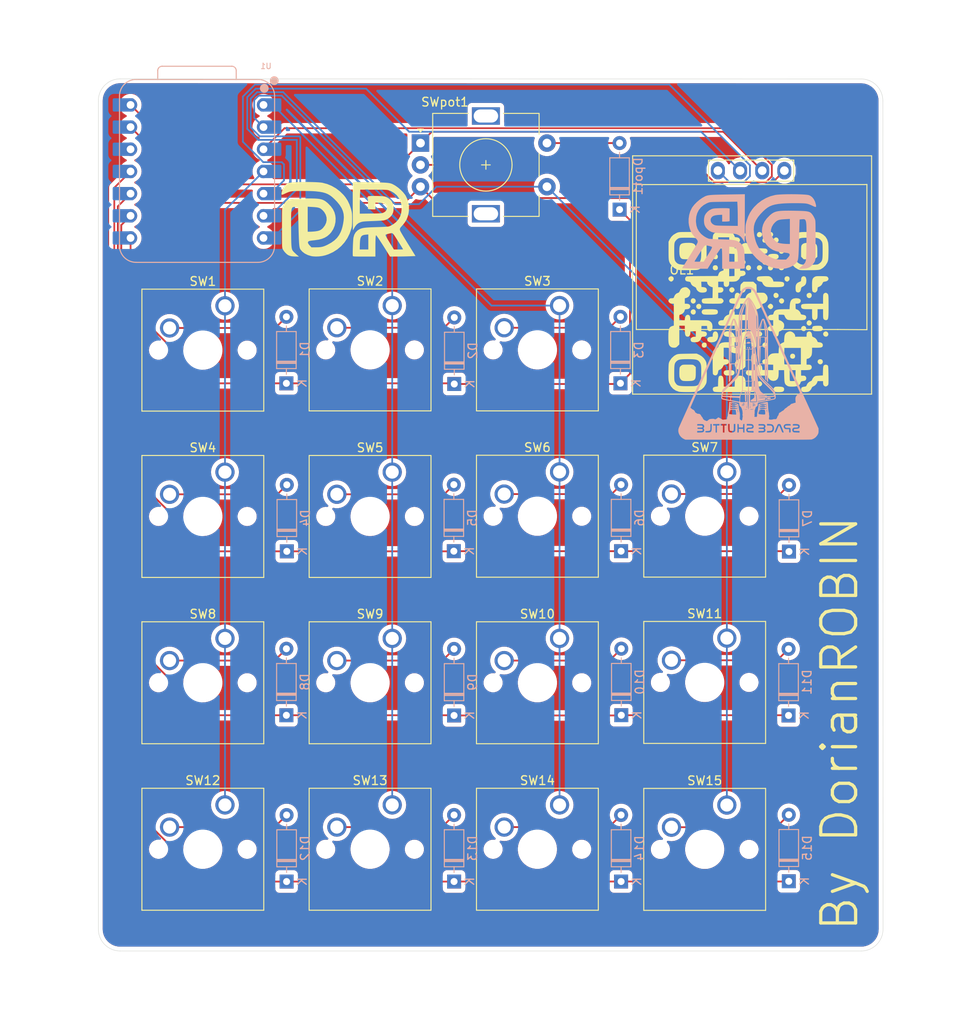
<source format=kicad_pcb>
(kicad_pcb (version 20240108) (generator "pcbnew") (generator_version "8.0")
  (title_block (title "Macro pad By DorianROBIN") (date "2025-02-02"))
  (layers (0 "F.Cu" signal) (31 "B.Cu" signal) (34 "B.Paste" user) (35 "F.Paste" user) (36 "B.SilkS" user "B.Silkscreen") (37 "F.SilkS" user "F.Silkscreen") (38 "B.Mask" user) (39 "F.Mask" user) (44 "Edge.Cuts" user))
  (net 0 "")
  (net 1 "row0")
  (net 2 "Net-(D1-A)")
  (net 3 "Net-(D2-A)")
  (net 4 "Net-(D3-A)")
  (net 5 "Net-(D4-A)")
  (net 6 "Net-(D5-A)")
  (net 7 "row1")
  (net 8 "Net-(D6-A)")
  (net 9 "Net-(D7-A)")
  (net 10 "Net-(D8-A)")
  (net 11 "Net-(D9-A)")
  (net 12 "row2")
  (net 13 "Net-(D10-A)")
  (net 14 "Net-(D11-A)")
  (net 15 "Net-(D12-A)")
  (net 16 "Net-(D13-A)")
  (net 17 "row3")
  (net 18 "Net-(D14-A)")
  (net 19 "Net-(D15-A)")
  (net 20 "S2")
  (net 21 "SDA")
  (net 22 "5v")
  (net 23 "GND")
  (net 24 "SCL")
  (net 25 "column0")
  (net 26 "column1")
  (net 27 "column2")
  (net 28 "S1")
  (net 29 "donnee")
  (footprint "Button_Switch_Keyboard:SW_Cherry_MX_1.00u_PCB" (layer "F.Cu") (at 113.345 135.42)
    (property "Reference" "SW14" (at -2.54 -2.794 0) (layer "F.SilkS"))
    (property "Value" "SW_Push_45deg")
    (pad "" np_thru_hole circle (at -7.62 5.08) (size 1.7 1.7) (drill 1.7) (layers "*.Cu" "*.Mask"))
    (pad "" np_thru_hole circle (at -2.54 5.08) (size 4 4) (drill 4) (layers "*.Cu" "*.Mask"))
    (pad "" np_thru_hole circle (at 2.54 5.08) (size 1.7 1.7) (drill 1.7) (layers "*.Cu" "*.Mask"))
    (pad "1" thru_hole circle (at 0 0) (size 2.2 2.2) (drill 1.5) (layers "*.Cu" "*.Mask") (net 27 "column2"))
    (pad "2" thru_hole circle (at -6.35 2.54) (size 2.2 2.2) (drill 1.5) (layers "*.Cu" "*.Mask") (net 18 "Net-(D14-A)"))
  )
  (footprint "Button_Switch_Keyboard:SW_Cherry_MX_1.00u_PCB" (layer "F.Cu") (at 94.16 116.345)
    (property "Reference" "SW9" (at -2.54 -2.794 0) (layer "F.SilkS"))
    (property "Value" "SW_Push_45deg")
    (pad "" np_thru_hole circle (at -7.62 5.08) (size 1.7 1.7) (drill 1.7) (layers "*.Cu" "*.Mask"))
    (pad "" np_thru_hole circle (at -2.54 5.08) (size 4 4) (drill 4) (layers "*.Cu" "*.Mask"))
    (pad "" np_thru_hole circle (at 2.54 5.08) (size 1.7 1.7) (drill 1.7) (layers "*.Cu" "*.Mask"))
    (pad "1" thru_hole circle (at 0 0) (size 2.2 2.2) (drill 1.5) (layers "*.Cu" "*.Mask") (net 26 "column1"))
    (pad "2" thru_hole circle (at -6.35 2.54) (size 2.2 2.2) (drill 1.5) (layers "*.Cu" "*.Mask") (net 11 "Net-(D9-A)"))
  )
  (footprint "Rotary_Encoder1:RotaryEncoder_Alps_EC11E-Switch_Vertical_H20mm" (layer "F.Cu") (at 97.4 59.6)
    (property "Reference" "SWpot1" (at 2.8 -4.7 0) (layer "F.SilkS"))
    (property "Value" "RotaryEncoder_Switch")
    (pad "A" thru_hole rect (at 0 0) (size 2 2) (drill 1) (layers "*.Cu" "*.Mask") (net 22 "5v"))
    (pad "B" thru_hole circle (at 0 5) (size 2 2) (drill 1) (layers "*.Cu" "*.Mask") (net 23 "GND"))
    (pad "C" thru_hole circle (at 0 2.5) (size 2 2) (drill 1) (layers "*.Cu" "*.Mask") (net 29 "donnee"))
    (pad "MP" thru_hole rect (at 7.5 -3.1) (size 3.2 2) (drill oval 2.8 1.5) (layers "*.Cu" "*.Mask"))
    (pad "MP" thru_hole rect (at 7.5 8.1) (size 3.2 2) (drill oval 2.8 1.5) (layers "*.Cu" "*.Mask"))
    (pad "S1" thru_hole circle (at 14.5 5) (size 2 2) (drill 1) (layers "*.Cu" "*.Mask") (net 28 "S1"))
    (pad "S2" thru_hole circle (at 14.5 0) (size 2 2) (drill 1) (layers "*.Cu" "*.Mask") (net 20 "S2"))
  )
  (footprint "Button_Switch_Keyboard:SW_Cherry_MX_1.00u_PCB" (layer "F.Cu") (at 132.525 135.435)
    (property "Reference" "SW15" (at -2.54 -2.794 0) (layer "F.SilkS"))
    (property "Value" "SW_Push_45deg")
    (pad "" np_thru_hole circle (at -7.62 5.08) (size 1.7 1.7) (drill 1.7) (layers "*.Cu" "*.Mask"))
    (pad "" np_thru_hole circle (at -2.54 5.08) (size 4 4) (drill 4) (layers "*.Cu" "*.Mask"))
    (pad "" np_thru_hole circle (at 2.54 5.08) (size 1.7 1.7) (drill 1.7) (layers "*.Cu" "*.Mask"))
    (pad "1" thru_hole circle (at 0 0) (size 2.2 2.2) (drill 1.5) (layers "*.Cu" "*.Mask") (net 28 "S1"))
    (pad "2" thru_hole circle (at -6.35 2.54) (size 2.2 2.2) (drill 1.5) (layers "*.Cu" "*.Mask") (net 19 "Net-(D15-A)"))
  )
  (footprint "Button_Switch_Keyboard:SW_Cherry_MX_1.00u_PCB" (layer "F.Cu") (at 94.16 135.42)
    (property "Reference" "SW13" (at -2.54 -2.794 0) (layer "F.SilkS"))
    (property "Value" "SW_Push_45deg")
    (pad "" np_thru_hole circle (at -7.62 5.08) (size 1.7 1.7) (drill 1.7) (layers "*.Cu" "*.Mask"))
    (pad "" np_thru_hole circle (at -2.54 5.08) (size 4 4) (drill 4) (layers "*.Cu" "*.Mask"))
    (pad "" np_thru_hole circle (at 2.54 5.08) (size 1.7 1.7) (drill 1.7) (layers "*.Cu" "*.Mask"))
    (pad "1" thru_hole circle (at 0 0) (size 2.2 2.2) (drill 1.5) (layers "*.Cu" "*.Mask") (net 26 "column1"))
    (pad "2" thru_hole circle (at -6.35 2.54) (size 2.2 2.2) (drill 1.5) (layers "*.Cu" "*.Mask") (net 16 "Net-(D13-A)"))
  )
  (footprint "Button_Switch_Keyboard:SW_Cherry_MX_1.00u_PCB" (layer "F.Cu") (at 94.16 78.215)
    (property "Reference" "SW2" (at -2.54 -2.794 0) (layer "F.SilkS"))
    (property "Value" "SW_Push_45deg")
    (pad "" np_thru_hole circle (at -7.62 5.08) (size 1.7 1.7) (drill 1.7) (layers "*.Cu" "*.Mask"))
    (pad "" np_thru_hole circle (at -2.54 5.08) (size 4 4) (drill 4) (layers "*.Cu" "*.Mask"))
    (pad "" np_thru_hole circle (at 2.54 5.08) (size 1.7 1.7) (drill 1.7) (layers "*.Cu" "*.Mask"))
    (pad "1" thru_hole circle (at 0 0) (size 2.2 2.2) (drill 1.5) (layers "*.Cu" "*.Mask") (net 26 "column1"))
    (pad "2" thru_hole circle (at -6.35 2.54) (size 2.2 2.2) (drill 1.5) (layers "*.Cu" "*.Mask") (net 3 "Net-(D2-A)"))
  )
  (footprint "Button_Switch_Keyboard:SW_Cherry_MX_1.00u_PCB" (layer "F.Cu") (at 113.345 78.215)
    (property "Reference" "SW3" (at -2.54 -2.794 0) (layer "F.SilkS"))
    (property "Value" "SW_Push_45deg")
    (pad "" np_thru_hole circle (at -7.62 5.08) (size 1.7 1.7) (drill 1.7) (layers "*.Cu" "*.Mask"))
    (pad "" np_thru_hole circle (at -2.54 5.08) (size 4 4) (drill 4) (layers "*.Cu" "*.Mask"))
    (pad "" np_thru_hole circle (at 2.54 5.08) (size 1.7 1.7) (drill 1.7) (layers "*.Cu" "*.Mask"))
    (pad "1" thru_hole circle (at 0 0) (size 2.2 2.2) (drill 1.5) (layers "*.Cu" "*.Mask") (net 27 "column2"))
    (pad "2" thru_hole circle (at -6.35 2.54) (size 2.2 2.2) (drill 1.5) (layers "*.Cu" "*.Mask") (net 4 "Net-(D3-A)"))
  )
  (footprint "Button_Switch_Keyboard:SW_Cherry_MX_1.00u_PCB" (layer "F.Cu") (at 132.525 116.31)
    (property "Reference" "SW11" (at -2.54 -2.794 0) (layer "F.SilkS"))
    (property "Value" "SW_Push_45deg")
    (pad "" np_thru_hole circle (at -7.62 5.08) (size 1.7 1.7) (drill 1.7) (layers "*.Cu" "*.Mask"))
    (pad "" np_thru_hole circle (at -2.54 5.08) (size 4 4) (drill 4) (layers "*.Cu" "*.Mask"))
    (pad "" np_thru_hole circle (at 2.54 5.08) (size 1.7 1.7) (drill 1.7) (layers "*.Cu" "*.Mask"))
    (pad "1" thru_hole circle (at 0 0) (size 2.2 2.2) (drill 1.5) (layers "*.Cu" "*.Mask") (net 28 "S1"))
    (pad "2" thru_hole circle (at -6.35 2.54) (size 2.2 2.2) (drill 1.5) (layers "*.Cu" "*.Mask") (net 14 "Net-(D11-A)"))
  )
  (footprint "Button_Switch_Keyboard:SW_Cherry_MX_1.00u_PCB" (layer "F.Cu") (at 113.345 97.27)
    (property "Reference" "SW6" (at -2.54 -2.794 0) (layer "F.SilkS"))
    (property "Value" "SW_Push_45deg")
    (pad "" np_thru_hole circle (at -7.62 5.08) (size 1.7 1.7) (drill 1.7) (layers "*.Cu" "*.Mask"))
    (pad "" np_thru_hole circle (at -2.54 5.08) (size 4 4) (drill 4) (layers "*.Cu" "*.Mask"))
    (pad "" np_thru_hole circle (at 2.54 5.08) (size 1.7 1.7) (drill 1.7) (layers "*.Cu" "*.Mask"))
    (pad "1" thru_hole circle (at 0 0) (size 2.2 2.2) (drill 1.5) (layers "*.Cu" "*.Mask") (net 27 "column2"))
    (pad "2" thru_hole circle (at -6.35 2.54) (size 2.2 2.2) (drill 1.5) (layers "*.Cu" "*.Mask") (net 8 "Net-(D6-A)"))
  )
  (footprint "Button_Switch_Keyboard:SW_Cherry_MX_1.00u_PCB" (layer "F.Cu") (at 74.985 78.24)
    (property "Reference" "SW1" (at -2.54 -2.794 0) (layer "F.SilkS"))
    (property "Value" "SW_Push_45deg")
    (pad "" np_thru_hole circle (at -7.62 5.08) (size 1.7 1.7) (drill 1.7) (layers "*.Cu" "*.Mask"))
    (pad "" np_thru_hole circle (at -2.54 5.08) (size 4 4) (drill 4) (layers "*.Cu" "*.Mask"))
    (pad "" np_thru_hole circle (at 2.54 5.08) (size 1.7 1.7) (drill 1.7) (layers "*.Cu" "*.Mask"))
    (pad "1" thru_hole circle (at 0 0) (size 2.2 2.2) (drill 1.5) (layers "*.Cu" "*.Mask") (net 25 "column0"))
    (pad "2" thru_hole circle (at -6.35 2.54) (size 2.2 2.2) (drill 1.5) (layers "*.Cu" "*.Mask") (net 2 "Net-(D1-A)"))
  )
  (footprint "Button_Switch_Keyboard:SW_Cherry_MX_1.00u_PCB" (layer "F.Cu") (at 132.525 97.26)
    (property "Reference" "SW7" (at -2.54 -2.794 0) (layer "F.SilkS"))
    (property "Value" "SW_Push_45deg")
    (pad "" np_thru_hole circle (at -7.62 5.08) (size 1.7 1.7) (drill 1.7) (layers "*.Cu" "*.Mask"))
    (pad "" np_thru_hole circle (at -2.54 5.08) (size 4 4) (drill 4) (layers "*.Cu" "*.Mask"))
    (pad "" np_thru_hole circle (at 2.54 5.08) (size 1.7 1.7) (drill 1.7) (layers "*.Cu" "*.Mask"))
    (pad "1" thru_hole circle (at 0 0) (size 2.2 2.2) (drill 1.5) (layers "*.Cu" "*.Mask") (net 28 "S1"))
    (pad "2" thru_hole circle (at -6.35 2.54) (size 2.2 2.2) (drill 1.5) (layers "*.Cu" "*.Mask") (net 9 "Net-(D7-A)"))
  )
  (footprint "image:qr_code_page_facebook_20mm_20mm" (layer "F.Cu") (at 134.88 79.02)
    (property "Reference" "G***" (hide yes))
    (property "Value" "LOGO" (hide yes))
  )
  (footprint "Button_Switch_Keyboard:SW_Cherry_MX_1.00u_PCB" (layer "F.Cu") (at 74.985 135.42)
    (property "Reference" "SW12" (at -2.54 -2.794 0) (layer "F.SilkS"))
    (property "Value" "SW_Push_45deg")
    (pad "" np_thru_hole circle (at -7.62 5.08) (size 1.7 1.7) (drill 1.7) (layers "*.Cu" "*.Mask"))
    (pad "" np_thru_hole circle (at -2.54 5.08) (size 4 4) (drill 4) (layers "*.Cu" "*.Mask"))
    (pad "" np_thru_hole circle (at 2.54 5.08) (size 1.7 1.7) (drill 1.7) (layers "*.Cu" "*.Mask"))
    (pad "1" thru_hole circle (at 0 0) (size 2.2 2.2) (drill 1.5) (layers "*.Cu" "*.Mask") (net 25 "column0"))
    (pad "2" thru_hole circle (at -6.35 2.54) (size 2.2 2.2) (drill 1.5) (layers "*.Cu" "*.Mask") (net 15 "Net-(D12-A)"))
  )
  (footprint "image:logo_DR_30mm_24mm" (layer "F.Cu") (at 89.63 69.35)
    (property "Reference" "G***" (hide yes))
    (property "Value" "LOGO" (hide yes))
  )
  (footprint "Button_Switch_Keyboard:SW_Cherry_MX_1.00u_PCB" (layer "F.Cu") (at 74.985 97.295)
    (property "Reference" "SW4" (at -2.54 -2.794 0) (layer "F.SilkS"))
    (property "Value" "SW_Push_45deg")
    (pad "" np_thru_hole circle (at -7.62 5.08) (size 1.7 1.7) (drill 1.7) (layers "*.Cu" "*.Mask"))
    (pad "" np_thru_hole circle (at -2.54 5.08) (size 4 4) (drill 4) (layers "*.Cu" "*.Mask"))
    (pad "" np_thru_hole circle (at 2.54 5.08) (size 1.7 1.7) (drill 1.7) (layers "*.Cu" "*.Mask"))
    (pad "1" thru_hole circle (at 0 0) (size 2.2 2.2) (drill 1.5) (layers "*.Cu" "*.Mask") (net 25 "column0"))
    (pad "2" thru_hole circle (at -6.35 2.54) (size 2.2 2.2) (drill 1.5) (layers "*.Cu" "*.Mask") (net 5 "Net-(D4-A)"))
  )
  (footprint "SSD1306:128x64OLED" (layer "F.Cu") (at 135.12 73.36)
    (property "Reference" "OL1" (at -7.745406 0.773701 0) (layer "F.SilkS"))
    (property "Value" "OLED")
    (pad "1" thru_hole oval (at -3.62 -10.6 90) (size 2 1.6) (drill 1) (layers "*.Cu" "*.Mask") (net 21 "SDA"))
    (pad "2" thru_hole oval (at -1.08 -10.6 90) (size 2 1.6) (drill 1) (layers "*.Cu" "*.Mask") (net 24 "SCL"))
    (pad "3" thru_hole oval (at 1.46 -10.6 90) (size 2 1.6) (drill 1) (layers "*.Cu" "*.Mask") (net 22 "5v"))
    (pad "4" thru_hole oval (at 4 -10.6 90) (size 2 1.6) (drill 1) (layers "*.Cu" "*.Mask") (net 23 "GND"))
  )
  (footprint "Button_Switch_Keyboard:SW_Cherry_MX_1.00u_PCB" (layer "F.Cu") (at 94.16 97.295)
    (property "Reference" "SW5" (at -2.54 -2.794 0) (layer "F.SilkS"))
    (property "Value" "SW_Push_45deg")
    (pad "" np_thru_hole circle (at -7.62 5.08) (size 1.7 1.7) (drill 1.7) (layers "*.Cu" "*.Mask"))
    (pad "" np_thru_hole circle (at -2.54 5.08) (size 4 4) (drill 4) (layers "*.Cu" "*.Mask"))
    (pad "" np_thru_hole circle (at 2.54 5.08) (size 1.7 1.7) (drill 1.7) (layers "*.Cu" "*.Mask"))
    (pad "1" thru_hole circle (at 0 0) (size 2.2 2.2) (drill 1.5) (layers "*.Cu" "*.Mask") (net 26 "column1"))
    (pad "2" thru_hole circle (at -6.35 2.54) (size 2.2 2.2) (drill 1.5) (layers "*.Cu" "*.Mask") (net 6 "Net-(D5-A)"))
  )
  (footprint "Button_Switch_Keyboard:SW_Cherry_MX_1.00u_PCB" (layer "F.Cu") (at 74.985 116.345)
    (property "Reference" "SW8" (at -2.54 -2.794 0) (layer "F.SilkS"))
    (property "Value" "SW_Push_45deg")
    (pad "" np_thru_hole circle (at -7.62 5.08) (size 1.7 1.7) (drill 1.7) (layers "*.Cu" "*.Mask"))
    (pad "" np_thru_hole circle (at -2.54 5.08) (size 4 4) (drill 4) (layers "*.Cu" "*.Mask"))
    (pad "" np_thru_hole circle (at 2.54 5.08) (size 1.7 1.7) (drill 1.7) (layers "*.Cu" "*.Mask"))
    (pad "1" thru_hole circle (at 0 0) (size 2.2 2.2) (drill 1.5) (layers "*.Cu" "*.Mask") (net 25 "column0"))
    (pad "2" thru_hole circle (at -6.35 2.54) (size 2.2 2.2) (drill 1.5) (layers "*.Cu" "*.Mask") (net 10 "Net-(D8-A)"))
  )
  (footprint "Button_Switch_Keyboard:SW_Cherry_MX_1.00u_PCB" (layer "F.Cu") (at 113.345 116.345)
    (property "Reference" "SW10" (at -2.54 -2.794 0) (layer "F.SilkS"))
    (property "Value" "SW_Push_45deg")
    (pad "" np_thru_hole circle (at -7.62 5.08) (size 1.7 1.7) (drill 1.7) (layers "*.Cu" "*.Mask"))
    (pad "" np_thru_hole circle (at -2.54 5.08) (size 4 4) (drill 4) (layers "*.Cu" "*.Mask"))
    (pad "" np_thru_hole circle (at 2.54 5.08) (size 1.7 1.7) (drill 1.7) (layers "*.Cu" "*.Mask"))
    (pad "1" thru_hole circle (at 0 0) (size 2.2 2.2) (drill 1.5) (layers "*.Cu" "*.Mask") (net 27 "column2"))
    (pad "2" thru_hole circle (at -6.35 2.54) (size 2.2 2.2) (drill 1.5) (layers "*.Cu" "*.Mask") (net 13 "Net-(D10-A)"))
  )
  (footprint "Diode_THT:D_DO-35_SOD27_P7.62mm_Horizontal" (layer "B.Cu") (at 82.025 87.125 90)
    (property "Reference" "D1" (at 3.81 2.12 90) (layer "B.SilkS") (effects (justify mirror)))
    (property "Value" "1N4148")
    (fp_text user "K" (at 0 1.8 90) (layer "B.SilkS") (effects (justify mirror)))
    (pad "1" thru_hole rect (at 0 0 90) (size 1.6 1.6) (drill 0.8) (layers "*.Cu" "*.Mask") (net 1 "row0"))
    (pad "2" thru_hole oval (at 7.62 0 90) (size 1.6 1.6) (drill 0.8) (layers "*.Cu" "*.Mask") (net 2 "Net-(D1-A)"))
  )
  (footprint "image:logo_DR_30mm_24mm" (layer "B.Cu") (at 134.59 70.75 180)
    (property "Reference" "G***" (hide yes))
    (property "Value" "LOGO" (hide yes))
  )
  (footprint "Diode_THT:D_DO-35_SOD27_P7.62mm_Horizontal" (layer "B.Cu") (at 82.025 125.15 90)
    (property "Reference" "D8" (at 3.81 2.12 90) (layer "B.SilkS") (effects (justify mirror)))
    (property "Value" "1N4148")
    (fp_text user "K" (at 0 1.8 90) (layer "B.SilkS") (effects (justify mirror)))
    (pad "1" thru_hole rect (at 0 0 90) (size 1.6 1.6) (drill 0.8) (layers "*.Cu" "*.Mask") (net 12 "row2"))
    (pad "2" thru_hole oval (at 7.62 0 90) (size 1.6 1.6) (drill 0.8) (layers "*.Cu" "*.Mask") (net 10 "Net-(D8-A)"))
  )
  (footprint "image:logo_navette" (layer "B.Cu") (at 135.02 84.81 180)
    (property "Reference" "G***" (hide yes))
    (property "Value" "LOGO" (hide yes))
  )
  (footprint "Diode_THT:D_DO-35_SOD27_P7.62mm_Horizontal" (layer "B.Cu") (at 120.325 87.12 90)
    (property "Reference" "D3" (at 3.81 2.12 90) (layer "B.SilkS") (effects (justify mirror)))
    (property "Value" "1N4148")
    (fp_text user "K" (at 0 1.8 90) (layer "B.SilkS") (effects (justify mirror)))
    (pad "1" thru_hole rect (at 0 0 90) (size 1.6 1.6) (drill 0.8) (layers "*.Cu" "*.Mask") (net 1 "row0"))
    (pad "2" thru_hole oval (at 7.62 0 90) (size 1.6 1.6) (drill 0.8) (layers "*.Cu" "*.Mask") (net 4 "Net-(D3-A)"))
  )
  (footprint "Diode_THT:D_DO-35_SOD27_P7.62mm_Horizontal" (layer "B.Cu") (at 139.6 125.17 90)
    (property "Reference" "D11" (at 3.81 2.12 90) (layer "B.SilkS") (effects (justify mirror)))
    (property "Value" "1N4148")
    (fp_text user "K" (at 0 1.8 90) (layer "B.SilkS") (effects (justify mirror)))
    (pad "1" thru_hole rect (at 0 0 90) (size 1.6 1.6) (drill 0.8) (layers "*.Cu" "*.Mask") (net 12 "row2"))
    (pad "2" thru_hole oval (at 7.62 0 90) (size 1.6 1.6) (drill 0.8) (layers "*.Cu" "*.Mask") (net 14 "Net-(D11-A)"))
  )
  (footprint "Diode_THT:D_DO-35_SOD27_P7.62mm_Horizontal" (layer "B.Cu") (at 101.225 106.35 90)
    (property "Reference" "D5" (at 3.81 2.12 90) (layer "B.SilkS") (effects (justify mirror)))
    (property "Value" "1N4148")
    (fp_text user "K" (at 0 1.8 90) (layer "B.SilkS") (effects (justify mirror)))
    (pad "1" thru_hole rect (at 0 0 90) (size 1.6 1.6) (drill 0.8) (layers "*.Cu" "*.Mask") (net 7 "row1"))
    (pad "2" thru_hole oval (at 7.62 0 90) (size 1.6 1.6) (drill 0.8) (layers "*.Cu" "*.Mask") (net 6 "Net-(D5-A)"))
  )
  (footprint "Diode_THT:D_DO-35_SOD27_P7.62mm_Horizontal" (layer "B.Cu") (at 101.25 144.195 90)
    (property "Reference" "D13" (at 3.81 2.12 90) (layer "B.SilkS") (effects (justify mirror)))
    (property "Value" "1N4148")
    (fp_text user "K" (at 0 1.8 90) (layer "B.SilkS") (effects (justify mirror)))
    (pad "1" thru_hole rect (at 0 0 90) (size 1.6 1.6) (drill 0.8) (layers "*.Cu" "*.Mask") (net 17 "row3"))
    (pad "2" thru_hole oval (at 7.62 0 90) (size 1.6 1.6) (drill 0.8) (layers "*.Cu" "*.Mask") (net 16 "Net-(D13-A)"))
  )
  (footprint "Diode_THT:D_DO-35_SOD27_P7.62mm_Horizontal" (layer "B.Cu") (at 139.65 106.4 90)
    (property "Reference" "D7" (at 3.81 2.12 90) (layer "B.SilkS") (effects (justify mirror)))
    (property "Value" "1N4148")
    (fp_text user "K" (at 0 1.8 90) (layer "B.SilkS") (effects (justify mirror)))
    (pad "1" thru_hole rect (at 0 0 90) (size 1.6 1.6) (drill 0.8) (layers "*.Cu" "*.Mask") (net 7 "row1"))
    (pad "2" thru_hole oval (at 7.62 0 90) (size 1.6 1.6) (drill 0.8) (layers "*.Cu" "*.Mask") (net 9 "Net-(D7-A)"))
  )
  (footprint "Diode_THT:D_DO-35_SOD27_P7.62mm_Horizontal" (layer "B.Cu") (at 120.225 67.22 90)
    (property "Reference" "Dpot1" (at 3.81 2.12 90) (layer "B.SilkS") (effects (justify mirror)))
    (property "Value" "1N4148")
    (fp_text user "K" (at 0 1.8 90) (layer "B.SilkS") (effects (justify mirror)))
    (pad "1" thru_hole rect (at 0 0 90) (size 1.6 1.6) (drill 0.8) (layers "*.Cu" "*.Mask") (net 1 "row0"))
    (pad "2" thru_hole oval (at 7.62 0 90) (size 1.6 1.6) (drill 0.8) (layers "*.Cu" "*.Mask") (net 20 "S2"))
  )
  (footprint "Diode_THT:D_DO-35_SOD27_P7.62mm_Horizontal" (layer "B.Cu") (at 82.075 106.37 90)
    (property "Reference" "D4" (at 3.81 2.12 90) (layer "B.SilkS") (effects (justify mirror)))
    (property "Value" "1N4148")
    (fp_text user "K" (at 0 1.8 90) (layer "B.SilkS") (effects (justify mirror)))
    (pad "1" thru_hole rect (at 0 0 90) (size 1.6 1.6) (drill 0.8) (layers "*.Cu" "*.Mask") (net 7 "row1"))
    (pad "2" thru_hole oval (at 7.62 0 90) (size 1.6 1.6) (drill 0.8) (layers "*.Cu" "*.Mask") (net 5 "Net-(D4-A)"))
  )
  (footprint "Diode_THT:D_DO-35_SOD27_P7.62mm_Horizontal" (layer "B.Cu") (at 120.4 106.35 90)
    (property "Reference" "D6" (at 3.81 2.12 90) (layer "B.SilkS") (effects (justify mirror)))
    (property "Value" "1N4148")
    (fp_text user "K" (at 0 1.8 90) (layer "B.SilkS") (effects (justify mirror)))
    (pad "1" thru_hole rect (at 0 0 90) (size 1.6 1.6) (drill 0.8) (layers "*.Cu" "*.Mask") (net 7 "row1"))
    (pad "2" thru_hole oval (at 7.62 0 90) (size 1.6 1.6) (drill 0.8) (layers "*.Cu" "*.Mask") (net 8 "Net-(D6-A)"))
  )
  (footprint "Diode_THT:D_DO-35_SOD27_P7.62mm_Horizontal" (layer "B.Cu") (at 139.625 144.17 90)
    (property "Reference" "D15" (at 3.81 2.12 90) (layer "B.SilkS") (effects (justify mirror)))
    (property "Value" "1N4148")
    (fp_text user "K" (at 0 1.8 90) (layer "B.SilkS") (effects (justify mirror)))
    (pad "1" thru_hole rect (at 0 0 90) (size 1.6 1.6) (drill 0.8) (layers "*.Cu" "*.Mask") (net 17 "row3"))
    (pad "2" thru_hole oval (at 7.62 0 90) (size 1.6 1.6) (drill 0.8) (layers "*.Cu" "*.Mask") (net 19 "Net-(D15-A)"))
  )
  (footprint "Diode_THT:D_DO-35_SOD27_P7.62mm_Horizontal" (layer "B.Cu") (at 120.4 144.195 90)
    (property "Reference" "D14" (at 3.81 2.12 90) (layer "B.SilkS") (effects (justify mirror)))
    (property "Value" "1N4148")
    (fp_text user "K" (at 0 1.8 90) (layer "B.SilkS") (effects (justify mirror)))
    (pad "1" thru_hole rect (at 0 0 90) (size 1.6 1.6) (drill 0.8) (layers "*.Cu" "*.Mask") (net 17 "row3"))
    (pad "2" thru_hole oval (at 7.62 0 90) (size 1.6 1.6) (drill 0.8) (layers "*.Cu" "*.Mask") (net 18 "Net-(D14-A)"))
  )
  (footprint "Diode_THT:D_DO-35_SOD27_P7.62mm_Horizontal" (layer "B.Cu") (at 101.25 125.17 90)
    (property "Reference" "D9" (at 3.81 2.12 90) (layer "B.SilkS") (effects (justify mirror)))
    (property "Value" "1N4148")
    (fp_text user "K" (at 0 1.8 90) (layer "B.SilkS") (effects (justify mirror)))
    (pad "1" thru_hole rect (at 0 0 90) (size 1.6 1.6) (drill 0.8) (layers "*.Cu" "*.Mask") (net 12 "row2"))
    (pad "2" thru_hole oval (at 7.62 0 90) (size 1.6 1.6) (drill 0.8) (layers "*.Cu" "*.Mask") (net 11 "Net-(D9-A)"))
  )
  (footprint "Diode_THT:D_DO-35_SOD27_P7.62mm_Horizontal" (layer "B.Cu") (at 82.05 144.2 90)
    (property "Reference" "D12" (at 3.81 2.12 90) (layer "B.SilkS") (effects (justify mirror)))
    (property "Value" "1N4148")
    (fp_text user "K" (at 0 1.8 90) (layer "B.SilkS") (effects (justify mirror)))
    (pad "1" thru_hole rect (at 0 0 90) (size 1.6 1.6) (drill 0.8) (layers "*.Cu" "*.Mask") (net 17 "row3"))
    (pad "2" thru_hole oval (at 7.62 0 90) (size 1.6 1.6) (drill 0.8) (layers "*.Cu" "*.Mask") (net 15 "Net-(D12-A)"))
  )
  (footprint "Seeed Studio XIAO Series Library:XIAO-SAMD21-DIP" (layer "B.Cu") (at 71.68 62.7875 180)
    (property "Reference" "U1" (at -8 12 0) (layer "B.SilkS") (effects (font (size 0.635 0.635) (thickness 0.1016)) (justify mirror)))
    (property "Value" "Seeed Studio XIAO SAMD21")
    (pad "1" smd roundrect (at -8.555 7.5575) (size 2.432 1.524) (layers "B.Cu" "B.Mask") (roundrect_rratio 0.1) (net 26 "column1"))
    (pad "1" thru_hole circle (at -7.72 7.5575) (size 1.524 1.524) (drill 0.889) (layers "*.Cu" "*.Mask") (net 26 "column1"))
    (pad "2" smd roundrect (at -8.555 5.0175) (size 2.432 1.524) (layers "B.Cu" "B.Mask") (roundrect_rratio 0.1) (net 27 "column2"))
    (pad "2" thru_hole circle (at -7.72 5.0175) (size 1.524 1.524) (drill 0.889) (layers "*.Cu" "*.Mask") (net 27 "column2"))
    (pad "3" smd roundrect (at -8.555 2.4775) (size 2.432 1.524) (layers "B.Cu" "B.Mask") (roundrect_rratio 0.1) (net 29 "donnee"))
    (pad "3" thru_hole circle (at -7.72 2.4775) (size 1.524 1.524) (drill 0.889) (layers "*.Cu" "*.Mask") (net 29 "donnee"))
    (pad "4" smd roundrect (at -8.555 -0.0625) (size 2.432 1.524) (layers "B.Cu" "B.Mask") (roundrect_rratio 0.1) (net 25 "column0"))
    (pad "4" thru_hole circle (at -7.72 -0.0625) (size 1.524 1.524) (drill 0.889) (layers "*.Cu" "*.Mask") (net 25 "column0"))
    (pad "5" smd roundrect (at -8.555 -2.6025) (size 2.432 1.524) (layers "B.Cu" "B.Mask") (roundrect_rratio 0.1) (net 21 "SDA"))
    (pad "5" thru_hole circle (at -7.72 -2.6025) (size 1.524 1.524) (drill 0.889) (layers "*.Cu" "*.Mask") (net 21 "SDA"))
    (pad "6" smd roundrect (at -8.555 -5.1425) (size 2.432 1.524) (layers "B.Cu" "B.Mask") (roundrect_rratio 0.1) (net 24 "SCL"))
    (pad "6" thru_hole circle (at -7.72 -5.1425) (size 1.524 1.524) (drill 0.889) (layers "*.Cu" "*.Mask") (net 24 "SCL"))
    (pad "7" smd roundrect (at -8.555 -7.6825) (size 2.432 1.524) (layers "B.Cu" "B.Mask") (roundrect_rratio 0.1) (net 28 "S1"))
    (pad "7" thru_hole circle (at -7.72 -7.6825) (size 1.524 1.524) (drill 0.889) (layers "*.Cu" "*.Mask") (net 28 "S1"))
    (pad "8" thru_hole circle (at 7.52 -7.6825 180) (size 1.524 1.524) (drill 0.889) (layers "*.Cu" "*.Mask") (net 1 "row0"))
    (pad "8" smd roundrect (at 8.355 -7.6825 180) (size 2.432 1.524) (layers "B.Cu" "B.Mask") (roundrect_rratio 0.1) (net 1 "row0"))
    (pad "9" thru_hole circle (at 7.52 -5.1425 180) (size 1.524 1.524) (drill 0.889) (layers "*.Cu" "*.Mask") (net 7 "row1"))
    (pad "9" smd roundrect (at 8.355 -5.1425 180) (size 2.432 1.524) (layers "B.Cu" "B.Mask") (roundrect_rratio 0.1) (net 7 "row1"))
    (pad "10" thru_hole circle (at 7.52 -2.6025 180) (size 1.524 1.524) (drill 0.889) (layers "*.Cu" "*.Mask") (net 12 "row2"))
    (pad "10" smd roundrect (at 8.355 -2.6025 180) (size 2.432 1.524) (layers "B.Cu" "B.Mask") (roundrect_rratio 0.1) (net 12 "row2"))
    (pad "11" thru_hole circle (at 7.52 -0.0625 180) (size 1.524 1.524) (drill 0.889) (layers "*.Cu" "*.Mask") (net 17 "row3"))
    (pad "11" smd roundrect (at 8.355 -0.0625 180) (size 2.432 1.524) (layers "B.Cu" "B.Mask") (roundrect_rratio 0.1) (net 17 "row3"))
    (pad "12" thru_hole circle (at 7.52 2.4775 180) (size 1.524 1.524) (drill 0.889) (layers "*.Cu" "*.Mask"))
    (pad "12" smd roundrect (at 8.355 2.4775 180) (size 2.432 1.524) (layers "B.Cu" "B.Mask") (roundrect_rratio 0.1))
    (pad "13" thru_hole circle (at 7.52 5.0175 180) (size 1.524 1.524) (drill 0.889) (layers "*.Cu" "*.Mask") (net 23 "GND"))
    (pad "13" smd roundrect (at 8.355 5.0175 180) (size 2.432 1.524) (layers "B.Cu" "B.Mask") (roundrect_rratio 0.1) (net 23 "GND"))
    (pad "14" thru_hole circle (at 7.52 7.5575 180) (size 1.524 1.524) (drill 0.889) (layers "*.Cu" "*.Mask") (net 22 "5v"))
    (pad "14" smd roundrect (at 8.355 7.5575 180) (size 2.432 1.524) (layers "B.Cu" "B.Mask") (roundrect_rratio 0.1) (net 22 "5v"))
  )
  (footprint "Diode_THT:D_DO-35_SOD27_P7.62mm_Horizontal" (layer "B.Cu") (at 101.275 87.2 90)
    (property "Reference" "D2" (at 3.81 2.12 90) (layer "B.SilkS") (effects (justify mirror)))
    (property "Value" "1N4148")
    (fp_text user "K" (at 0 1.8 90) (layer "B.SilkS") (effects (justify mirror)))
    (pad "1" thru_hole rect (at 0 0 90) (size 1.6 1.6) (drill 0.8) (layers "*.Cu" "*.Mask") (net 1 "row0"))
    (pad "2" thru_hole oval (at 7.62 0 90) (size 1.6 1.6) (drill 0.8) (layers "*.Cu" "*.Mask") (net 3 "Net-(D2-A)"))
  )
  (footprint "Diode_THT:D_DO-35_SOD27_P7.62mm_Horizontal" (layer "B.Cu") (at 120.425 125.145 90)
    (property "Reference" "D10" (at 3.81 2.12 90) (layer "B.SilkS") (effects (justify mirror)))
    (property "Value" "1N4148")
    (fp_text user "K" (at 0 1.8 90) (layer "B.SilkS") (effects (justify mirror)))
    (pad "1" thru_hole rect (at 0 0 90) (size 1.6 1.6) (drill 0.8) (layers "*.Cu" "*.Mask") (net 12 "row2"))
    (pad "2" thru_hole oval (at 7.62 0 90) (size 1.6 1.6) (drill 0.8) (layers "*.Cu" "*.Mask") (net 13 "Net-(D10-A)"))
  )
  (gr_line (start 62.967767 52.245) (end 147.912233 52.255) (stroke (width 0.05)) (layer "Edge.Cuts"))
  (gr_arc (start 60.467767 54.745) (mid 61.20001 52.977243) (end 62.967767 52.245) (stroke (width 0.05)) (layer "Edge.Cuts"))
  (gr_line (start 150.412233 54.755) (end 150.432233 149.652233) (stroke (width 0.05)) (layer "Edge.Cuts"))
  (gr_arc (start 147.912233 52.255) (mid 149.67999 52.987243) (end 150.412233 54.755) (stroke (width 0.05)) (layer "Edge.Cuts"))
  (gr_arc (start 62.967767 152.152233) (mid 61.2 151.42) (end 60.467767 149.652233) (stroke (width 0.05)) (layer "Edge.Cuts"))
  (gr_line (start 60.467767 149.652233) (end 60.467767 54.745) (stroke (width 0.05)) (layer "Edge.Cuts"))
  (gr_line (start 147.932233 152.152233) (end 62.967767 152.152233) (stroke (width 0.05)) (layer "Edge.Cuts"))
  (gr_arc (start 150.432233 149.652233) (mid 149.7 151.42) (end 147.932233 152.152233) (stroke (width 0.05)) (layer "Edge.Cuts"))
  (gr_text "By DorianROBIN" (at 147.8 150.14 90) (layer "F.SilkS") (effects (font (size 4 4) (thickness 0.375)) (justify left bottom)))
  (segment (start 101.2 87.125) (end 101.275 87.2) (width 0.2) (layer "F.Cu") (net 1))
  (segment (start 82.025 87.125) (end 101.2 87.125) (width 0.2) (layer "F.Cu") (net 1))
  (segment (start 121.425 68.42) (end 120.225 67.22) (width 0.2) (layer "F.Cu") (net 1))
  (segment (start 82.025 87.125) (end 72.926598 87.125) (width 0.2) (layer "F.Cu") (net 1))
  (segment (start 120.245 87.2) (end 120.325 87.12) (width 0.2) (layer "F.Cu") (net 1))
  (segment (start 64.16 78.358402) (end 64.16 70.47) (width 0.2) (layer "F.Cu") (net 1))
  (segment (start 120.225 67.22) (end 120.225 66.635) (width 0.2) (layer "F.Cu") (net 1))
  (segment (start 121.425 86.02) (end 121.425 68.42) (width 0.2) (layer "F.Cu") (net 1))
  (segment (start 101.275 87.2) (end 120.245 87.2) (width 0.2) (layer "F.Cu") (net 1))
  (segment (start 72.926598 87.125) (end 64.16 78.358402) (width 0.2) (layer "F.Cu") (net 1))
  (segment (start 120.325 87.12) (end 121.425 86.02) (width 0.2) (layer "F.Cu") (net 1))
  (segment (start 68.635 80.78) (end 80.75 80.78) (width 0.2) (layer "F.Cu") (net 2))
  (segment (start 80.75 80.78) (end 82.025 79.505) (width 0.2) (layer "F.Cu") (net 2))
  (segment (start 87.81 80.755) (end 100.1 80.755) (width 0.2) (layer "F.Cu") (net 3))
  (segment (start 100.1 80.755) (end 101.275 79.58) (width 0.2) (layer "F.Cu") (net 3))
  (segment (start 119.07 80.755) (end 120.325 79.5) (width 0.2) (layer "F.Cu") (net 4))
  (segment (start 106.995 80.755) (end 119.07 80.755) (width 0.2) (layer "F.Cu") (net 4))
  (segment (start 80.99 99.835) (end 82.075 98.75) (width 0.2) (layer "F.Cu") (net 5))
  (segment (start 68.635 99.835) (end 80.99 99.835) (width 0.2) (layer "F.Cu") (net 5))
  (segment (start 100.12 99.835) (end 101.225 98.73) (width 0.2) (layer "F.Cu") (net 6))
  (segment (start 87.81 99.835) (end 100.12 99.835) (width 0.2) (layer "F.Cu") (net 6))
  (segment (start 63.098 96.351402) (end 63.098 68.992) (width 0.2) (layer "F.Cu") (net 7))
  (segment (start 139.6 106.35) (end 139.65 106.4) (width 0.2) (layer "F.Cu") (net 7))
  (segment (start 73.116598 106.37) (end 63.098 96.351402) (width 0.2) (layer "F.Cu") (net 7))
  (segment (start 101.225 106.35) (end 120.4 106.35) (width 0.2) (layer "F.Cu") (net 7))
  (segment (start 101.205 106.37) (end 101.225 106.35) (width 0.2) (layer "F.Cu") (net 7))
  (segment (start 82.075 106.37) (end 101.205 106.37) (width 0.2) (layer "F.Cu") (net 7))
  (segment (start 82.075 106.37) (end 73.116598 106.37) (width 0.2) (layer "F.Cu") (net 7))
  (segment (start 63.098 68.992) (end 64.16 67.93) (width 0.2) (layer "F.Cu") (net 7))
  (segment (start 120.4 106.35) (end 139.6 106.35) (width 0.2) (layer "F.Cu") (net 7))
  (segment (start 106.995 99.81) (end 119.32 99.81) (width 0.2) (layer "F.Cu") (net 8))
  (segment (start 119.32 99.81) (end 120.4 98.73) (width 0.2) (layer "F.Cu") (net 8))
  (segment (start 126.175 99.8) (end 138.63 99.8) (width 0.2) (layer "F.Cu") (net 9))
  (segment (start 138.63 99.8) (end 139.65 98.78) (width 0.2) (layer "F.Cu") (net 9))
  (segment (start 68.635 118.885) (end 80.67 118.885) (width 0.2) (layer "F.Cu") (net 10))
  (segment (start 80.67 118.885) (end 82.025 117.53) (width 0.2) (layer "F.Cu") (net 10))
  (segment (start 99.915 118.885) (end 101.25 117.55) (width 0.2) (layer "F.Cu") (net 11))
  (segment (start 87.81 118.885) (end 99.915 118.885) (width 0.2) (layer "F.Cu") (net 11))
  (segment (start 72.787056 125.15) (end 62.698 115.060944) (width 0.2) (layer "F.Cu") (net 12))
  (segment (start 101.23 125.15) (end 101.25 125.17) (width 0.2) (layer "F.Cu") (net 12))
  (segment (start 62.698 115.060944) (end 62.698 66.852) (width 0.2) (layer "F.Cu") (net 12))
  (segment (start 101.25 125.17) (end 120.4 125.17) (width 0.2) (layer "F.Cu") (net 12))
  (segment (start 120.4 125.17) (end 120.425 125.145) (width 0.2) (layer "F.Cu") (net 12))
  (segment (start 139.575 125.145) (end 139.6 125.17) (width 0.2) (layer "F.Cu") (net 12))
  (segment (start 120.425 125.145) (end 139.575 125.145) (width 0.2) (layer "F.Cu") (net 12))
  (segment (start 82.025 125.15) (end 72.787056 125.15) (width 0.2) (layer "F.Cu") (net 12))
  (segment (start 62.698 66.852) (end 64.16 65.39) (width 0.2) (layer "F.Cu") (net 12))
  (segment (start 82.025 125.15) (end 101.23 125.15) (width 0.2) (layer "F.Cu") (net 12))
  (segment (start 119.065 118.885) (end 120.425 117.525) (width 0.2) (layer "F.Cu") (net 13))
  (segment (start 106.995 118.885) (end 119.065 118.885) (width 0.2) (layer "F.Cu") (net 13))
  (segment (start 126.175 118.85) (end 138.3 118.85) (width 0.2) (layer "F.Cu") (net 14))
  (segment (start 138.3 118.85) (end 139.6 117.55) (width 0.2) (layer "F.Cu") (net 14))
  (segment (start 80.67 137.96) (end 82.05 136.58) (width 0.2) (layer "F.Cu") (net 15))
  (segment (start 68.635 137.96) (end 80.67 137.96) (width 0.2) (layer "F.Cu") (net 15))
  (segment (start 99.865 137.96) (end 101.25 136.575) (width 0.2) (layer "F.Cu") (net 16))
  (segment (start 87.81 137.96) (end 99.865 137.96) (width 0.2) (layer "F.Cu") (net 16))
  (segment (start 101.245 144.2) (end 101.25 144.195) (width 0.2) (layer "F.Cu") (net 17))
  (segment (start 72.821598 144.2) (end 62.298 133.676402) (width 0.2) (layer "F.Cu") (net 17))
  (segment (start 82.05 144.2) (end 72.821598 144.2) (width 0.2) (layer "F.Cu") (net 17))
  (segment (start 62.298 133.676402) (end 62.298 64.712) (width 0.2) (layer "F.Cu") (net 17))
  (segment (start 82.05 144.2) (end 101.245 144.2) (width 0.2) (layer "F.Cu") (net 17))
  (segment (start 120.4 144.195) (end 139.6 144.195) (width 0.2) (layer "F.Cu") (net 17))
  (segment (start 139.6 144.195) (end 139.625 144.17) (width 0.2) (layer "F.Cu") (net 17))
  (segment (start 62.298 64.712) (end 64.16 62.85) (width 0.2) (layer "F.Cu") (net 17))
  (segment (start 101.25 144.195) (end 120.4 144.195) (width 0.2) (layer "F.Cu") (net 17))
  (segment (start 106.995 137.96) (end 119.015 137.96) (width 0.2) (layer "F.Cu") (net 18))
  (segment (start 119.015 137.96) (end 120.4 136.575) (width 0.2) (layer "F.Cu") (net 18))
  (segment (start 126.175 137.975) (end 138.2 137.975) (width 0.2) (layer "F.Cu") (net 19))
  (segment (start 138.2 137.975) (end 139.625 136.55) (width 0.2) (layer "F.Cu") (net 19))
  (segment (start 111.9 59.6) (end 120.225 59.6) (width 0.2) (layer "F.Cu") (net 20))
  (segment (start 80.235 65.39) (end 79.4 65.39) (width 0.2) (layer "B.Cu") (net 21))
  (segment (start 77.04 54.272942) (end 77.04 59.451895) (width 0.2) (layer "B.Cu") (net 21))
  (segment (start 131.5 62.76) (end 132.8 64.06) (width 0.2) (layer "B.Cu") (net 21))
  (segment (start 125.935635 52.9) (end 78.412942 52.9) (width 0.2) (layer "B.Cu") (net 21))
  (segment (start 135.17 63.385635) (end 135.17 62.134365) (width 0.2) (layer "B.Cu") (net 21))
  (segment (start 81.751 63.874) (end 80.235 65.39) (width 0.2) (layer "B.Cu") (net 21))
  (segment (start 79.376105 61.788) (end 81.498 61.788) (width 0.2) (layer "B.Cu") (net 21))
  (segment (start 134.495635 64.06) (end 135.17 63.385635) (width 0.2) (layer "B.Cu") (net 21))
  (segment (start 81.751 62.041) (end 81.751 63.874) (width 0.2) (layer "B.Cu") (net 21))
  (segment (start 132.8 64.06) (end 134.495635 64.06) (width 0.2) (layer "B.Cu") (net 21))
  (segment (start 77.04 59.451895) (end 79.376105 61.788) (width 0.2) (layer "B.Cu") (net 21))
  (segment (start 81.498 61.788) (end 81.751 62.041) (width 0.2) (layer "B.Cu") (net 21))
  (segment (start 135.17 62.134365) (end 125.935635 52.9) (width 0.2) (layer "B.Cu") (net 21))
  (segment (start 78.412942 52.9) (end 77.04 54.272942) (width 0.2) (layer "B.Cu") (net 21))
  (segment (start 136.58 62.76) (end 132.12 58.3) (width 0.2) (layer "F.Cu") (net 22))
  (segment (start 98.7 58.3) (end 97.4 59.6) (width 0.2) (layer "F.Cu") (net 22))
  (segment (start 132.12 58.3) (end 98.7 58.3) (width 0.2) (layer "F.Cu") (net 22))
  (segment (start 97.4 59.6) (end 92.672 64.328) (width 0.2) (layer "F.Cu") (net 22))
  (segment (start 73.258 64.328) (end 64.16 55.23) (width 0.2) (layer "F.Cu") (net 22))
  (segment (start 92.672 64.328) (end 73.258 64.328) (width 0.2) (layer "F.Cu") (net 22))
  (segment (start 72.842 66.452) (end 64.16 57.77) (width 0.2) (layer "F.Cu") (net 23))
  (segment (start 97.4 64.6) (end 95.548 66.452) (width 0.2) (layer "F.Cu") (net 23))
  (segment (start 98.7 65.9) (end 135.98 65.9) (width 0.2) (layer "F.Cu") (net 23))
  (segment (start 95.548 66.452) (end 72.842 66.452) (width 0.2) (layer "F.Cu") (net 23))
  (segment (start 135.98 65.9) (end 139.12 62.76) (width 0.2) (layer "F.Cu") (net 23))
  (segment (start 97.4 64.6) (end 98.7 65.9) (width 0.2) (layer "F.Cu") (net 23))
  (segment (start 77.538 57.975581) (end 78.794419 59.232) (width 0.2) (layer "B.Cu") (net 24))
  (segment (start 78.510628 53.368) (end 77.538 54.340628) (width 0.2) (layer "B.Cu") (net 24))
  (segment (start 77.538 54.340628) (end 77.538 57.975581) (width 0.2) (layer "B.Cu") (net 24))
  (segment (start 91.168 53.368) (end 78.510628 53.368) (width 0.2) (layer "B.Cu") (net 24))
  (segment (start 78.794419 59.232) (end 83.22 59.232) (width 0.2) (layer "B.Cu") (net 24))
  (segment (start 83.22 59.232) (end 83.22 64.9) (width 0.2) (layer "B.Cu") (net 24))
  (segment (start 83.22 64.9) (end 80.19 67.93) (width 0.2) (layer "B.Cu") (net 24))
  (segment (start 96.1 58.3) (end 91.168 53.368) (width 0.2) (layer "B.Cu") (net 24))
  (segment (start 80.19 67.93) (end 79.4 67.93) (width 0.2) (layer "B.Cu") (net 24))
  (segment (start 129.58 58.3) (end 96.1 58.3) (width 0.2) (layer "B.Cu") (net 24))
  (segment (start 134.04 62.76) (end 129.58 58.3) (width 0.2) (layer "B.Cu") (net 24))
  (segment (start 74.985 116.345) (end 74.985 97.295) (width 0.2) (layer "B.Cu") (net 25))
  (segment (start 74.985 97.295) (end 74.985 78.24) (width 0.2) (layer "B.Cu") (net 25))
  (segment (start 74.985 78.24) (end 74.985 67.265) (width 0.2) (layer "B.Cu") (net 25))
  (segment (start 74.985 135.42) (end 74.985 116.345) (width 0.2) (layer "B.Cu") (net 25))
  (segment (start 74.985 67.265) (end 79.4 62.85) (width 0.2) (layer "B.Cu") (net 25))
  (segment (start 94.16 97.295) (end 94.16 116.345) (width 0.2) (layer "B.Cu") (net 26))
  (segment (start 94.16 116.345) (end 94.16 135.42) (width 0.2) (layer "B.Cu") (net 26))
  (segment (start 80.47763 55.23) (end 79.4 55.23) (width 0.2) (layer "B.Cu") (net 26))
  (segment (start 94.16 78.215) (end 94.16 97.295) (width 0.2) (layer "B.Cu") (net 26))
  (segment (start 94.16 78.215) (end 94.16 68.91237) (width 0.2) (layer "B.Cu") (net 26))
  (segment (start 94.16 68.91237) (end 80.47763 55.23) (width 0.2) (layer "B.Cu") (net 26))
  (segment (start 78.842 54.168) (end 78.338 54.672) (width 0.2) (layer "B.Cu") (net 27))
  (segment (start 78.338 56.708) (end 79.4 57.77) (width 0.2) (layer "B.Cu") (net 27))
  (segment (start 113.345 78.215) (end 105.537214 78.215) (width 0.2) (layer "B.Cu") (net 27))
  (segment (start 113.345 78.215) (end 113.345 97.27) (width 0.2) (layer "B.Cu") (net 27))
  (segment (start 81.490214 54.168) (end 78.842 54.168) (width 0.2) (layer "B.Cu") (net 27))
  (segment (start 78.338 54.672) (end 78.338 56.708) (width 0.2) (layer "B.Cu") (net 27))
  (segment (start 113.345 116.345) (end 113.345 135.42) (width 0.2) (layer "B.Cu") (net 27))
  (segment (start 113.345 97.27) (end 113.345 116.345) (width 0.2) (layer "B.Cu") (net 27))
  (segment (start 105.537214 78.215) (end 81.490214 54.168) (width 0.2) (layer "B.Cu") (net 27))
  (segment (start 77.938 54.506314) (end 77.938 57.809895) (width 0.2) (layer "B.Cu") (net 28))
  (segment (start 132.525 97.26) (end 132.525 85.225) (width 0.2) (layer "B.Cu") (net 28))
  (segment (start 83.62 58.938056) (end 83.62 67.32763) (width 0.2) (layer "B.Cu") (net 28))
  (segment (start 78.960105 58.832) (end 83.513944 58.832) (width 0.2) (layer "B.Cu") (net 28))
  (segment (start 111.9 64.6) (end 99.238478 64.6) (width 0.2) (layer "B.Cu") (net 28))
  (segment (start 132.525 135.435) (end 132.525 116.31) (width 0.2) (layer "B.Cu") (net 28))
  (segment (start 78.676314 53.768) (end 77.938 54.506314) (width 0.2) (layer "B.Cu") (net 28))
  (segment (start 132.525 116.31) (end 132.525 97.26) (width 0.2) (layer "B.Cu") (net 28))
  (segment (start 83.62 67.32763) (end 80.47763 70.47) (width 0.2) (layer "B.Cu") (net 28))
  (segment (start 97.242428 66.59605) (end 94.48395 66.59605) (width 0.2) (layer "B.Cu") (net 28))
  (segment (start 94.48395 66.59605) (end 81.6559 53.768) (width 0.2) (layer "B.Cu") (net 28))
  (segment (start 80.47763 70.47) (end 79.4 70.47) (width 0.2) (layer "B.Cu") (net 28))
  (segment (start 77.938 57.809895) (end 78.960105 58.832) (width 0.2) (layer "B.Cu") (net 28))
  (segment (start 99.238478 64.6) (end 97.242428 66.59605) (width 0.2) (layer "B.Cu") (net 28))
  (segment (start 83.513944 58.832) (end 83.62 58.938056) (width 0.2) (layer "B.Cu") (net 28))
  (segment (start 132.525 85.225) (end 111.9 64.6) (width 0.2) (layer "B.Cu") (net 28))
  (segment (start 81.6559 53.768) (end 78.676314 53.768) (width 0.2) (layer "B.Cu") (net 28))
  (segment (start 131.044365 64.06) (end 137.035635 64.06) (width 0.2) (layer "F.Cu") (net 29))
  (segment (start 137.68 63.415635) (end 137.68 62.104365) (width 0.2) (layer "F.Cu") (net 29))
  (segment (start 81.81 57.9) (end 79.4 60.31) (width 0.2) (layer "F.Cu") (net 29))
  (segment (start 133.475635 57.9) (end 81.81 57.9) (width 0.2) (layer "F.Cu") (net 29))
  (segment (start 129.084365 62.1) (end 131.044365 64.06) (width 0.2) (layer "F.Cu") (net 29))
  (segment (start 137.035635 64.06) (end 137.68 63.415635) (width 0.2) (layer "F.Cu") (net 29))
  (segment (start 137.68 62.104365) (end 133.475635 57.9) (width 0.2) (layer "F.Cu") (net 29))
  (segment (start 97.4 62.1) (end 129.084365 62.1) (width 0.2) (layer "F.Cu") (net 29))
  (zone (net 0) (net_name "") (layers "F&B.Cu") (connect_pads (clearance 0.5)) (min_thickness 0.25) (fill yes (thermal_gap 0.5) (thermal_bridge_width 0.5) (island_removal_mode 1) (island_area_min 10))
    (polygon (pts (xy 160.54 159.77) (xy 159 43.21) (xy 50.73 45.14) (xy 49.19 160.55)))
  )
)
</source>
